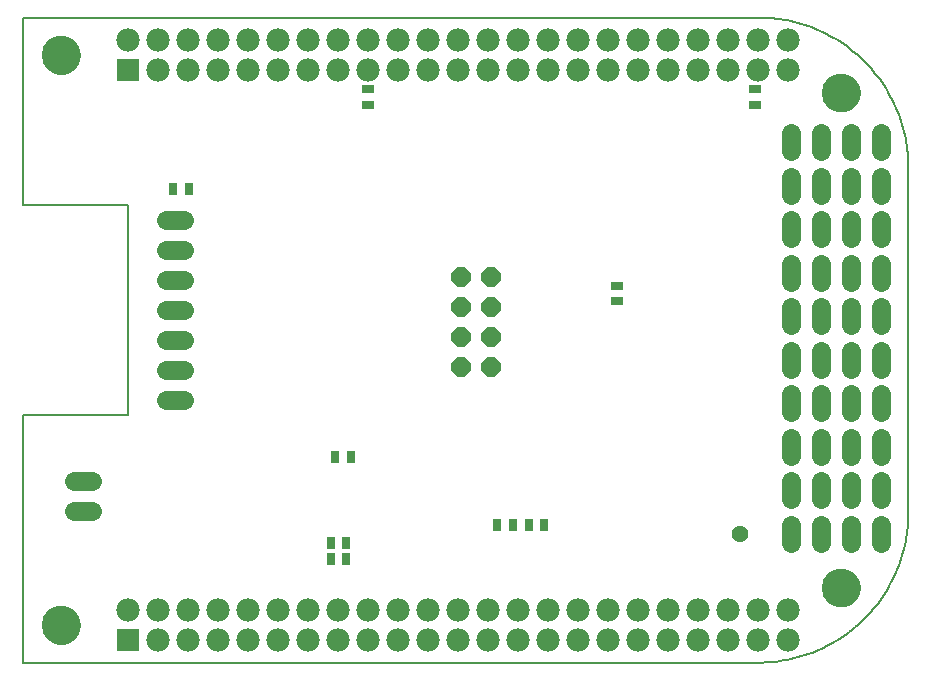
<source format=gbs>
G75*
%MOIN*%
%OFA0B0*%
%FSLAX25Y25*%
%IPPOS*%
%LPD*%
%AMOC8*
5,1,8,0,0,1.08239X$1,22.5*
%
%ADD10C,0.00800*%
%ADD11C,0.06337*%
%ADD12R,0.03156X0.03943*%
%ADD13C,0.00000*%
%ADD14C,0.12900*%
%ADD15R,0.07800X0.07800*%
%ADD16C,0.07800*%
%ADD17R,0.03943X0.03156*%
%ADD18C,0.06400*%
%ADD19OC8,0.06400*%
%ADD20C,0.05650*%
D10*
X0055400Y0026400D02*
X0300400Y0026400D01*
X0301608Y0026415D01*
X0302816Y0026458D01*
X0304022Y0026531D01*
X0305226Y0026633D01*
X0306427Y0026765D01*
X0307624Y0026925D01*
X0308818Y0027114D01*
X0310006Y0027331D01*
X0311189Y0027578D01*
X0312366Y0027853D01*
X0313535Y0028156D01*
X0314697Y0028488D01*
X0315851Y0028847D01*
X0316995Y0029234D01*
X0318130Y0029649D01*
X0319255Y0030091D01*
X0320368Y0030560D01*
X0321470Y0031056D01*
X0322560Y0031579D01*
X0323636Y0032127D01*
X0324699Y0032702D01*
X0325748Y0033302D01*
X0326782Y0033927D01*
X0327801Y0034576D01*
X0328803Y0035251D01*
X0329789Y0035949D01*
X0330758Y0036671D01*
X0331709Y0037416D01*
X0332642Y0038184D01*
X0333556Y0038974D01*
X0334451Y0039787D01*
X0335326Y0040620D01*
X0336180Y0041474D01*
X0337013Y0042349D01*
X0337826Y0043244D01*
X0338616Y0044158D01*
X0339384Y0045091D01*
X0340129Y0046042D01*
X0340851Y0047011D01*
X0341549Y0047997D01*
X0342224Y0048999D01*
X0342873Y0050018D01*
X0343498Y0051052D01*
X0344098Y0052101D01*
X0344673Y0053164D01*
X0345221Y0054240D01*
X0345744Y0055330D01*
X0346240Y0056432D01*
X0346709Y0057545D01*
X0347151Y0058670D01*
X0347566Y0059805D01*
X0347953Y0060949D01*
X0348312Y0062103D01*
X0348644Y0063265D01*
X0348947Y0064434D01*
X0349222Y0065611D01*
X0349469Y0066794D01*
X0349686Y0067982D01*
X0349875Y0069176D01*
X0350035Y0070373D01*
X0350167Y0071574D01*
X0350269Y0072778D01*
X0350342Y0073984D01*
X0350385Y0075192D01*
X0350400Y0076400D01*
X0350400Y0191400D01*
X0350385Y0192608D01*
X0350342Y0193816D01*
X0350269Y0195022D01*
X0350167Y0196226D01*
X0350035Y0197427D01*
X0349875Y0198624D01*
X0349686Y0199818D01*
X0349469Y0201006D01*
X0349222Y0202189D01*
X0348947Y0203366D01*
X0348644Y0204535D01*
X0348312Y0205697D01*
X0347953Y0206851D01*
X0347566Y0207995D01*
X0347151Y0209130D01*
X0346709Y0210255D01*
X0346240Y0211368D01*
X0345744Y0212470D01*
X0345221Y0213560D01*
X0344673Y0214636D01*
X0344098Y0215699D01*
X0343498Y0216748D01*
X0342873Y0217782D01*
X0342224Y0218801D01*
X0341549Y0219803D01*
X0340851Y0220789D01*
X0340129Y0221758D01*
X0339384Y0222709D01*
X0338616Y0223642D01*
X0337826Y0224556D01*
X0337013Y0225451D01*
X0336180Y0226326D01*
X0335326Y0227180D01*
X0334451Y0228013D01*
X0333556Y0228826D01*
X0332642Y0229616D01*
X0331709Y0230384D01*
X0330758Y0231129D01*
X0329789Y0231851D01*
X0328803Y0232549D01*
X0327801Y0233224D01*
X0326782Y0233873D01*
X0325748Y0234498D01*
X0324699Y0235098D01*
X0323636Y0235673D01*
X0322560Y0236221D01*
X0321470Y0236744D01*
X0320368Y0237240D01*
X0319255Y0237709D01*
X0318130Y0238151D01*
X0316995Y0238566D01*
X0315851Y0238953D01*
X0314697Y0239312D01*
X0313535Y0239644D01*
X0312366Y0239947D01*
X0311189Y0240222D01*
X0310006Y0240469D01*
X0308818Y0240686D01*
X0307624Y0240875D01*
X0306427Y0241035D01*
X0305226Y0241167D01*
X0304022Y0241269D01*
X0302816Y0241342D01*
X0301608Y0241385D01*
X0300400Y0241400D01*
X0055400Y0241400D01*
X0055400Y0178900D01*
X0090400Y0178900D01*
X0090400Y0108900D01*
X0055400Y0108900D01*
X0055400Y0026400D01*
D11*
X0102931Y0113900D02*
X0108869Y0113900D01*
X0108869Y0123900D02*
X0102931Y0123900D01*
X0102931Y0133900D02*
X0108869Y0133900D01*
X0108869Y0143900D02*
X0102931Y0143900D01*
X0102931Y0153900D02*
X0108869Y0153900D01*
X0108869Y0163900D02*
X0102931Y0163900D01*
X0102931Y0173900D02*
X0108869Y0173900D01*
D12*
X0110459Y0184400D03*
X0105341Y0184400D03*
X0159341Y0094900D03*
X0164459Y0094900D03*
X0162959Y0066400D03*
X0157841Y0066400D03*
X0157841Y0060900D03*
X0162959Y0060900D03*
X0213341Y0072400D03*
X0218459Y0072400D03*
X0223841Y0072400D03*
X0228959Y0072400D03*
D13*
X0321650Y0051400D02*
X0321652Y0051558D01*
X0321658Y0051715D01*
X0321668Y0051873D01*
X0321682Y0052030D01*
X0321700Y0052186D01*
X0321721Y0052343D01*
X0321747Y0052498D01*
X0321777Y0052653D01*
X0321810Y0052807D01*
X0321848Y0052960D01*
X0321889Y0053113D01*
X0321934Y0053264D01*
X0321983Y0053414D01*
X0322036Y0053562D01*
X0322092Y0053710D01*
X0322153Y0053855D01*
X0322216Y0054000D01*
X0322284Y0054142D01*
X0322355Y0054283D01*
X0322429Y0054422D01*
X0322507Y0054559D01*
X0322589Y0054694D01*
X0322673Y0054827D01*
X0322762Y0054958D01*
X0322853Y0055086D01*
X0322948Y0055213D01*
X0323045Y0055336D01*
X0323146Y0055458D01*
X0323250Y0055576D01*
X0323357Y0055692D01*
X0323467Y0055805D01*
X0323579Y0055916D01*
X0323695Y0056023D01*
X0323813Y0056128D01*
X0323933Y0056230D01*
X0324056Y0056328D01*
X0324182Y0056424D01*
X0324310Y0056516D01*
X0324440Y0056605D01*
X0324572Y0056691D01*
X0324707Y0056773D01*
X0324844Y0056852D01*
X0324982Y0056927D01*
X0325122Y0056999D01*
X0325265Y0057067D01*
X0325408Y0057132D01*
X0325554Y0057193D01*
X0325701Y0057250D01*
X0325849Y0057304D01*
X0325999Y0057354D01*
X0326149Y0057400D01*
X0326301Y0057442D01*
X0326454Y0057481D01*
X0326608Y0057515D01*
X0326763Y0057546D01*
X0326918Y0057572D01*
X0327074Y0057595D01*
X0327231Y0057614D01*
X0327388Y0057629D01*
X0327545Y0057640D01*
X0327703Y0057647D01*
X0327861Y0057650D01*
X0328018Y0057649D01*
X0328176Y0057644D01*
X0328333Y0057635D01*
X0328491Y0057622D01*
X0328647Y0057605D01*
X0328804Y0057584D01*
X0328959Y0057560D01*
X0329114Y0057531D01*
X0329269Y0057498D01*
X0329422Y0057462D01*
X0329575Y0057421D01*
X0329726Y0057377D01*
X0329876Y0057329D01*
X0330025Y0057278D01*
X0330173Y0057222D01*
X0330319Y0057163D01*
X0330464Y0057100D01*
X0330607Y0057033D01*
X0330748Y0056963D01*
X0330887Y0056890D01*
X0331025Y0056813D01*
X0331161Y0056732D01*
X0331294Y0056648D01*
X0331425Y0056561D01*
X0331554Y0056470D01*
X0331681Y0056376D01*
X0331806Y0056279D01*
X0331927Y0056179D01*
X0332047Y0056076D01*
X0332163Y0055970D01*
X0332277Y0055861D01*
X0332389Y0055749D01*
X0332497Y0055635D01*
X0332602Y0055517D01*
X0332705Y0055397D01*
X0332804Y0055275D01*
X0332900Y0055150D01*
X0332993Y0055022D01*
X0333083Y0054893D01*
X0333169Y0054761D01*
X0333253Y0054627D01*
X0333332Y0054491D01*
X0333409Y0054353D01*
X0333481Y0054213D01*
X0333550Y0054071D01*
X0333616Y0053928D01*
X0333678Y0053783D01*
X0333736Y0053636D01*
X0333791Y0053488D01*
X0333842Y0053339D01*
X0333889Y0053188D01*
X0333932Y0053037D01*
X0333971Y0052884D01*
X0334007Y0052730D01*
X0334038Y0052576D01*
X0334066Y0052421D01*
X0334090Y0052265D01*
X0334110Y0052108D01*
X0334126Y0051951D01*
X0334138Y0051794D01*
X0334146Y0051637D01*
X0334150Y0051479D01*
X0334150Y0051321D01*
X0334146Y0051163D01*
X0334138Y0051006D01*
X0334126Y0050849D01*
X0334110Y0050692D01*
X0334090Y0050535D01*
X0334066Y0050379D01*
X0334038Y0050224D01*
X0334007Y0050070D01*
X0333971Y0049916D01*
X0333932Y0049763D01*
X0333889Y0049612D01*
X0333842Y0049461D01*
X0333791Y0049312D01*
X0333736Y0049164D01*
X0333678Y0049017D01*
X0333616Y0048872D01*
X0333550Y0048729D01*
X0333481Y0048587D01*
X0333409Y0048447D01*
X0333332Y0048309D01*
X0333253Y0048173D01*
X0333169Y0048039D01*
X0333083Y0047907D01*
X0332993Y0047778D01*
X0332900Y0047650D01*
X0332804Y0047525D01*
X0332705Y0047403D01*
X0332602Y0047283D01*
X0332497Y0047165D01*
X0332389Y0047051D01*
X0332277Y0046939D01*
X0332163Y0046830D01*
X0332047Y0046724D01*
X0331927Y0046621D01*
X0331806Y0046521D01*
X0331681Y0046424D01*
X0331554Y0046330D01*
X0331425Y0046239D01*
X0331294Y0046152D01*
X0331161Y0046068D01*
X0331025Y0045987D01*
X0330887Y0045910D01*
X0330748Y0045837D01*
X0330607Y0045767D01*
X0330464Y0045700D01*
X0330319Y0045637D01*
X0330173Y0045578D01*
X0330025Y0045522D01*
X0329876Y0045471D01*
X0329726Y0045423D01*
X0329575Y0045379D01*
X0329422Y0045338D01*
X0329269Y0045302D01*
X0329114Y0045269D01*
X0328959Y0045240D01*
X0328804Y0045216D01*
X0328647Y0045195D01*
X0328491Y0045178D01*
X0328333Y0045165D01*
X0328176Y0045156D01*
X0328018Y0045151D01*
X0327861Y0045150D01*
X0327703Y0045153D01*
X0327545Y0045160D01*
X0327388Y0045171D01*
X0327231Y0045186D01*
X0327074Y0045205D01*
X0326918Y0045228D01*
X0326763Y0045254D01*
X0326608Y0045285D01*
X0326454Y0045319D01*
X0326301Y0045358D01*
X0326149Y0045400D01*
X0325999Y0045446D01*
X0325849Y0045496D01*
X0325701Y0045550D01*
X0325554Y0045607D01*
X0325408Y0045668D01*
X0325265Y0045733D01*
X0325122Y0045801D01*
X0324982Y0045873D01*
X0324844Y0045948D01*
X0324707Y0046027D01*
X0324572Y0046109D01*
X0324440Y0046195D01*
X0324310Y0046284D01*
X0324182Y0046376D01*
X0324056Y0046472D01*
X0323933Y0046570D01*
X0323813Y0046672D01*
X0323695Y0046777D01*
X0323579Y0046884D01*
X0323467Y0046995D01*
X0323357Y0047108D01*
X0323250Y0047224D01*
X0323146Y0047342D01*
X0323045Y0047464D01*
X0322948Y0047587D01*
X0322853Y0047714D01*
X0322762Y0047842D01*
X0322673Y0047973D01*
X0322589Y0048106D01*
X0322507Y0048241D01*
X0322429Y0048378D01*
X0322355Y0048517D01*
X0322284Y0048658D01*
X0322216Y0048800D01*
X0322153Y0048945D01*
X0322092Y0049090D01*
X0322036Y0049238D01*
X0321983Y0049386D01*
X0321934Y0049536D01*
X0321889Y0049687D01*
X0321848Y0049840D01*
X0321810Y0049993D01*
X0321777Y0050147D01*
X0321747Y0050302D01*
X0321721Y0050457D01*
X0321700Y0050614D01*
X0321682Y0050770D01*
X0321668Y0050927D01*
X0321658Y0051085D01*
X0321652Y0051242D01*
X0321650Y0051400D01*
X0321650Y0216400D02*
X0321652Y0216558D01*
X0321658Y0216715D01*
X0321668Y0216873D01*
X0321682Y0217030D01*
X0321700Y0217186D01*
X0321721Y0217343D01*
X0321747Y0217498D01*
X0321777Y0217653D01*
X0321810Y0217807D01*
X0321848Y0217960D01*
X0321889Y0218113D01*
X0321934Y0218264D01*
X0321983Y0218414D01*
X0322036Y0218562D01*
X0322092Y0218710D01*
X0322153Y0218855D01*
X0322216Y0219000D01*
X0322284Y0219142D01*
X0322355Y0219283D01*
X0322429Y0219422D01*
X0322507Y0219559D01*
X0322589Y0219694D01*
X0322673Y0219827D01*
X0322762Y0219958D01*
X0322853Y0220086D01*
X0322948Y0220213D01*
X0323045Y0220336D01*
X0323146Y0220458D01*
X0323250Y0220576D01*
X0323357Y0220692D01*
X0323467Y0220805D01*
X0323579Y0220916D01*
X0323695Y0221023D01*
X0323813Y0221128D01*
X0323933Y0221230D01*
X0324056Y0221328D01*
X0324182Y0221424D01*
X0324310Y0221516D01*
X0324440Y0221605D01*
X0324572Y0221691D01*
X0324707Y0221773D01*
X0324844Y0221852D01*
X0324982Y0221927D01*
X0325122Y0221999D01*
X0325265Y0222067D01*
X0325408Y0222132D01*
X0325554Y0222193D01*
X0325701Y0222250D01*
X0325849Y0222304D01*
X0325999Y0222354D01*
X0326149Y0222400D01*
X0326301Y0222442D01*
X0326454Y0222481D01*
X0326608Y0222515D01*
X0326763Y0222546D01*
X0326918Y0222572D01*
X0327074Y0222595D01*
X0327231Y0222614D01*
X0327388Y0222629D01*
X0327545Y0222640D01*
X0327703Y0222647D01*
X0327861Y0222650D01*
X0328018Y0222649D01*
X0328176Y0222644D01*
X0328333Y0222635D01*
X0328491Y0222622D01*
X0328647Y0222605D01*
X0328804Y0222584D01*
X0328959Y0222560D01*
X0329114Y0222531D01*
X0329269Y0222498D01*
X0329422Y0222462D01*
X0329575Y0222421D01*
X0329726Y0222377D01*
X0329876Y0222329D01*
X0330025Y0222278D01*
X0330173Y0222222D01*
X0330319Y0222163D01*
X0330464Y0222100D01*
X0330607Y0222033D01*
X0330748Y0221963D01*
X0330887Y0221890D01*
X0331025Y0221813D01*
X0331161Y0221732D01*
X0331294Y0221648D01*
X0331425Y0221561D01*
X0331554Y0221470D01*
X0331681Y0221376D01*
X0331806Y0221279D01*
X0331927Y0221179D01*
X0332047Y0221076D01*
X0332163Y0220970D01*
X0332277Y0220861D01*
X0332389Y0220749D01*
X0332497Y0220635D01*
X0332602Y0220517D01*
X0332705Y0220397D01*
X0332804Y0220275D01*
X0332900Y0220150D01*
X0332993Y0220022D01*
X0333083Y0219893D01*
X0333169Y0219761D01*
X0333253Y0219627D01*
X0333332Y0219491D01*
X0333409Y0219353D01*
X0333481Y0219213D01*
X0333550Y0219071D01*
X0333616Y0218928D01*
X0333678Y0218783D01*
X0333736Y0218636D01*
X0333791Y0218488D01*
X0333842Y0218339D01*
X0333889Y0218188D01*
X0333932Y0218037D01*
X0333971Y0217884D01*
X0334007Y0217730D01*
X0334038Y0217576D01*
X0334066Y0217421D01*
X0334090Y0217265D01*
X0334110Y0217108D01*
X0334126Y0216951D01*
X0334138Y0216794D01*
X0334146Y0216637D01*
X0334150Y0216479D01*
X0334150Y0216321D01*
X0334146Y0216163D01*
X0334138Y0216006D01*
X0334126Y0215849D01*
X0334110Y0215692D01*
X0334090Y0215535D01*
X0334066Y0215379D01*
X0334038Y0215224D01*
X0334007Y0215070D01*
X0333971Y0214916D01*
X0333932Y0214763D01*
X0333889Y0214612D01*
X0333842Y0214461D01*
X0333791Y0214312D01*
X0333736Y0214164D01*
X0333678Y0214017D01*
X0333616Y0213872D01*
X0333550Y0213729D01*
X0333481Y0213587D01*
X0333409Y0213447D01*
X0333332Y0213309D01*
X0333253Y0213173D01*
X0333169Y0213039D01*
X0333083Y0212907D01*
X0332993Y0212778D01*
X0332900Y0212650D01*
X0332804Y0212525D01*
X0332705Y0212403D01*
X0332602Y0212283D01*
X0332497Y0212165D01*
X0332389Y0212051D01*
X0332277Y0211939D01*
X0332163Y0211830D01*
X0332047Y0211724D01*
X0331927Y0211621D01*
X0331806Y0211521D01*
X0331681Y0211424D01*
X0331554Y0211330D01*
X0331425Y0211239D01*
X0331294Y0211152D01*
X0331161Y0211068D01*
X0331025Y0210987D01*
X0330887Y0210910D01*
X0330748Y0210837D01*
X0330607Y0210767D01*
X0330464Y0210700D01*
X0330319Y0210637D01*
X0330173Y0210578D01*
X0330025Y0210522D01*
X0329876Y0210471D01*
X0329726Y0210423D01*
X0329575Y0210379D01*
X0329422Y0210338D01*
X0329269Y0210302D01*
X0329114Y0210269D01*
X0328959Y0210240D01*
X0328804Y0210216D01*
X0328647Y0210195D01*
X0328491Y0210178D01*
X0328333Y0210165D01*
X0328176Y0210156D01*
X0328018Y0210151D01*
X0327861Y0210150D01*
X0327703Y0210153D01*
X0327545Y0210160D01*
X0327388Y0210171D01*
X0327231Y0210186D01*
X0327074Y0210205D01*
X0326918Y0210228D01*
X0326763Y0210254D01*
X0326608Y0210285D01*
X0326454Y0210319D01*
X0326301Y0210358D01*
X0326149Y0210400D01*
X0325999Y0210446D01*
X0325849Y0210496D01*
X0325701Y0210550D01*
X0325554Y0210607D01*
X0325408Y0210668D01*
X0325265Y0210733D01*
X0325122Y0210801D01*
X0324982Y0210873D01*
X0324844Y0210948D01*
X0324707Y0211027D01*
X0324572Y0211109D01*
X0324440Y0211195D01*
X0324310Y0211284D01*
X0324182Y0211376D01*
X0324056Y0211472D01*
X0323933Y0211570D01*
X0323813Y0211672D01*
X0323695Y0211777D01*
X0323579Y0211884D01*
X0323467Y0211995D01*
X0323357Y0212108D01*
X0323250Y0212224D01*
X0323146Y0212342D01*
X0323045Y0212464D01*
X0322948Y0212587D01*
X0322853Y0212714D01*
X0322762Y0212842D01*
X0322673Y0212973D01*
X0322589Y0213106D01*
X0322507Y0213241D01*
X0322429Y0213378D01*
X0322355Y0213517D01*
X0322284Y0213658D01*
X0322216Y0213800D01*
X0322153Y0213945D01*
X0322092Y0214090D01*
X0322036Y0214238D01*
X0321983Y0214386D01*
X0321934Y0214536D01*
X0321889Y0214687D01*
X0321848Y0214840D01*
X0321810Y0214993D01*
X0321777Y0215147D01*
X0321747Y0215302D01*
X0321721Y0215457D01*
X0321700Y0215614D01*
X0321682Y0215770D01*
X0321668Y0215927D01*
X0321658Y0216085D01*
X0321652Y0216242D01*
X0321650Y0216400D01*
X0061650Y0228900D02*
X0061652Y0229058D01*
X0061658Y0229215D01*
X0061668Y0229373D01*
X0061682Y0229530D01*
X0061700Y0229686D01*
X0061721Y0229843D01*
X0061747Y0229998D01*
X0061777Y0230153D01*
X0061810Y0230307D01*
X0061848Y0230460D01*
X0061889Y0230613D01*
X0061934Y0230764D01*
X0061983Y0230914D01*
X0062036Y0231062D01*
X0062092Y0231210D01*
X0062153Y0231355D01*
X0062216Y0231500D01*
X0062284Y0231642D01*
X0062355Y0231783D01*
X0062429Y0231922D01*
X0062507Y0232059D01*
X0062589Y0232194D01*
X0062673Y0232327D01*
X0062762Y0232458D01*
X0062853Y0232586D01*
X0062948Y0232713D01*
X0063045Y0232836D01*
X0063146Y0232958D01*
X0063250Y0233076D01*
X0063357Y0233192D01*
X0063467Y0233305D01*
X0063579Y0233416D01*
X0063695Y0233523D01*
X0063813Y0233628D01*
X0063933Y0233730D01*
X0064056Y0233828D01*
X0064182Y0233924D01*
X0064310Y0234016D01*
X0064440Y0234105D01*
X0064572Y0234191D01*
X0064707Y0234273D01*
X0064844Y0234352D01*
X0064982Y0234427D01*
X0065122Y0234499D01*
X0065265Y0234567D01*
X0065408Y0234632D01*
X0065554Y0234693D01*
X0065701Y0234750D01*
X0065849Y0234804D01*
X0065999Y0234854D01*
X0066149Y0234900D01*
X0066301Y0234942D01*
X0066454Y0234981D01*
X0066608Y0235015D01*
X0066763Y0235046D01*
X0066918Y0235072D01*
X0067074Y0235095D01*
X0067231Y0235114D01*
X0067388Y0235129D01*
X0067545Y0235140D01*
X0067703Y0235147D01*
X0067861Y0235150D01*
X0068018Y0235149D01*
X0068176Y0235144D01*
X0068333Y0235135D01*
X0068491Y0235122D01*
X0068647Y0235105D01*
X0068804Y0235084D01*
X0068959Y0235060D01*
X0069114Y0235031D01*
X0069269Y0234998D01*
X0069422Y0234962D01*
X0069575Y0234921D01*
X0069726Y0234877D01*
X0069876Y0234829D01*
X0070025Y0234778D01*
X0070173Y0234722D01*
X0070319Y0234663D01*
X0070464Y0234600D01*
X0070607Y0234533D01*
X0070748Y0234463D01*
X0070887Y0234390D01*
X0071025Y0234313D01*
X0071161Y0234232D01*
X0071294Y0234148D01*
X0071425Y0234061D01*
X0071554Y0233970D01*
X0071681Y0233876D01*
X0071806Y0233779D01*
X0071927Y0233679D01*
X0072047Y0233576D01*
X0072163Y0233470D01*
X0072277Y0233361D01*
X0072389Y0233249D01*
X0072497Y0233135D01*
X0072602Y0233017D01*
X0072705Y0232897D01*
X0072804Y0232775D01*
X0072900Y0232650D01*
X0072993Y0232522D01*
X0073083Y0232393D01*
X0073169Y0232261D01*
X0073253Y0232127D01*
X0073332Y0231991D01*
X0073409Y0231853D01*
X0073481Y0231713D01*
X0073550Y0231571D01*
X0073616Y0231428D01*
X0073678Y0231283D01*
X0073736Y0231136D01*
X0073791Y0230988D01*
X0073842Y0230839D01*
X0073889Y0230688D01*
X0073932Y0230537D01*
X0073971Y0230384D01*
X0074007Y0230230D01*
X0074038Y0230076D01*
X0074066Y0229921D01*
X0074090Y0229765D01*
X0074110Y0229608D01*
X0074126Y0229451D01*
X0074138Y0229294D01*
X0074146Y0229137D01*
X0074150Y0228979D01*
X0074150Y0228821D01*
X0074146Y0228663D01*
X0074138Y0228506D01*
X0074126Y0228349D01*
X0074110Y0228192D01*
X0074090Y0228035D01*
X0074066Y0227879D01*
X0074038Y0227724D01*
X0074007Y0227570D01*
X0073971Y0227416D01*
X0073932Y0227263D01*
X0073889Y0227112D01*
X0073842Y0226961D01*
X0073791Y0226812D01*
X0073736Y0226664D01*
X0073678Y0226517D01*
X0073616Y0226372D01*
X0073550Y0226229D01*
X0073481Y0226087D01*
X0073409Y0225947D01*
X0073332Y0225809D01*
X0073253Y0225673D01*
X0073169Y0225539D01*
X0073083Y0225407D01*
X0072993Y0225278D01*
X0072900Y0225150D01*
X0072804Y0225025D01*
X0072705Y0224903D01*
X0072602Y0224783D01*
X0072497Y0224665D01*
X0072389Y0224551D01*
X0072277Y0224439D01*
X0072163Y0224330D01*
X0072047Y0224224D01*
X0071927Y0224121D01*
X0071806Y0224021D01*
X0071681Y0223924D01*
X0071554Y0223830D01*
X0071425Y0223739D01*
X0071294Y0223652D01*
X0071161Y0223568D01*
X0071025Y0223487D01*
X0070887Y0223410D01*
X0070748Y0223337D01*
X0070607Y0223267D01*
X0070464Y0223200D01*
X0070319Y0223137D01*
X0070173Y0223078D01*
X0070025Y0223022D01*
X0069876Y0222971D01*
X0069726Y0222923D01*
X0069575Y0222879D01*
X0069422Y0222838D01*
X0069269Y0222802D01*
X0069114Y0222769D01*
X0068959Y0222740D01*
X0068804Y0222716D01*
X0068647Y0222695D01*
X0068491Y0222678D01*
X0068333Y0222665D01*
X0068176Y0222656D01*
X0068018Y0222651D01*
X0067861Y0222650D01*
X0067703Y0222653D01*
X0067545Y0222660D01*
X0067388Y0222671D01*
X0067231Y0222686D01*
X0067074Y0222705D01*
X0066918Y0222728D01*
X0066763Y0222754D01*
X0066608Y0222785D01*
X0066454Y0222819D01*
X0066301Y0222858D01*
X0066149Y0222900D01*
X0065999Y0222946D01*
X0065849Y0222996D01*
X0065701Y0223050D01*
X0065554Y0223107D01*
X0065408Y0223168D01*
X0065265Y0223233D01*
X0065122Y0223301D01*
X0064982Y0223373D01*
X0064844Y0223448D01*
X0064707Y0223527D01*
X0064572Y0223609D01*
X0064440Y0223695D01*
X0064310Y0223784D01*
X0064182Y0223876D01*
X0064056Y0223972D01*
X0063933Y0224070D01*
X0063813Y0224172D01*
X0063695Y0224277D01*
X0063579Y0224384D01*
X0063467Y0224495D01*
X0063357Y0224608D01*
X0063250Y0224724D01*
X0063146Y0224842D01*
X0063045Y0224964D01*
X0062948Y0225087D01*
X0062853Y0225214D01*
X0062762Y0225342D01*
X0062673Y0225473D01*
X0062589Y0225606D01*
X0062507Y0225741D01*
X0062429Y0225878D01*
X0062355Y0226017D01*
X0062284Y0226158D01*
X0062216Y0226300D01*
X0062153Y0226445D01*
X0062092Y0226590D01*
X0062036Y0226738D01*
X0061983Y0226886D01*
X0061934Y0227036D01*
X0061889Y0227187D01*
X0061848Y0227340D01*
X0061810Y0227493D01*
X0061777Y0227647D01*
X0061747Y0227802D01*
X0061721Y0227957D01*
X0061700Y0228114D01*
X0061682Y0228270D01*
X0061668Y0228427D01*
X0061658Y0228585D01*
X0061652Y0228742D01*
X0061650Y0228900D01*
X0061650Y0038900D02*
X0061652Y0039058D01*
X0061658Y0039215D01*
X0061668Y0039373D01*
X0061682Y0039530D01*
X0061700Y0039686D01*
X0061721Y0039843D01*
X0061747Y0039998D01*
X0061777Y0040153D01*
X0061810Y0040307D01*
X0061848Y0040460D01*
X0061889Y0040613D01*
X0061934Y0040764D01*
X0061983Y0040914D01*
X0062036Y0041062D01*
X0062092Y0041210D01*
X0062153Y0041355D01*
X0062216Y0041500D01*
X0062284Y0041642D01*
X0062355Y0041783D01*
X0062429Y0041922D01*
X0062507Y0042059D01*
X0062589Y0042194D01*
X0062673Y0042327D01*
X0062762Y0042458D01*
X0062853Y0042586D01*
X0062948Y0042713D01*
X0063045Y0042836D01*
X0063146Y0042958D01*
X0063250Y0043076D01*
X0063357Y0043192D01*
X0063467Y0043305D01*
X0063579Y0043416D01*
X0063695Y0043523D01*
X0063813Y0043628D01*
X0063933Y0043730D01*
X0064056Y0043828D01*
X0064182Y0043924D01*
X0064310Y0044016D01*
X0064440Y0044105D01*
X0064572Y0044191D01*
X0064707Y0044273D01*
X0064844Y0044352D01*
X0064982Y0044427D01*
X0065122Y0044499D01*
X0065265Y0044567D01*
X0065408Y0044632D01*
X0065554Y0044693D01*
X0065701Y0044750D01*
X0065849Y0044804D01*
X0065999Y0044854D01*
X0066149Y0044900D01*
X0066301Y0044942D01*
X0066454Y0044981D01*
X0066608Y0045015D01*
X0066763Y0045046D01*
X0066918Y0045072D01*
X0067074Y0045095D01*
X0067231Y0045114D01*
X0067388Y0045129D01*
X0067545Y0045140D01*
X0067703Y0045147D01*
X0067861Y0045150D01*
X0068018Y0045149D01*
X0068176Y0045144D01*
X0068333Y0045135D01*
X0068491Y0045122D01*
X0068647Y0045105D01*
X0068804Y0045084D01*
X0068959Y0045060D01*
X0069114Y0045031D01*
X0069269Y0044998D01*
X0069422Y0044962D01*
X0069575Y0044921D01*
X0069726Y0044877D01*
X0069876Y0044829D01*
X0070025Y0044778D01*
X0070173Y0044722D01*
X0070319Y0044663D01*
X0070464Y0044600D01*
X0070607Y0044533D01*
X0070748Y0044463D01*
X0070887Y0044390D01*
X0071025Y0044313D01*
X0071161Y0044232D01*
X0071294Y0044148D01*
X0071425Y0044061D01*
X0071554Y0043970D01*
X0071681Y0043876D01*
X0071806Y0043779D01*
X0071927Y0043679D01*
X0072047Y0043576D01*
X0072163Y0043470D01*
X0072277Y0043361D01*
X0072389Y0043249D01*
X0072497Y0043135D01*
X0072602Y0043017D01*
X0072705Y0042897D01*
X0072804Y0042775D01*
X0072900Y0042650D01*
X0072993Y0042522D01*
X0073083Y0042393D01*
X0073169Y0042261D01*
X0073253Y0042127D01*
X0073332Y0041991D01*
X0073409Y0041853D01*
X0073481Y0041713D01*
X0073550Y0041571D01*
X0073616Y0041428D01*
X0073678Y0041283D01*
X0073736Y0041136D01*
X0073791Y0040988D01*
X0073842Y0040839D01*
X0073889Y0040688D01*
X0073932Y0040537D01*
X0073971Y0040384D01*
X0074007Y0040230D01*
X0074038Y0040076D01*
X0074066Y0039921D01*
X0074090Y0039765D01*
X0074110Y0039608D01*
X0074126Y0039451D01*
X0074138Y0039294D01*
X0074146Y0039137D01*
X0074150Y0038979D01*
X0074150Y0038821D01*
X0074146Y0038663D01*
X0074138Y0038506D01*
X0074126Y0038349D01*
X0074110Y0038192D01*
X0074090Y0038035D01*
X0074066Y0037879D01*
X0074038Y0037724D01*
X0074007Y0037570D01*
X0073971Y0037416D01*
X0073932Y0037263D01*
X0073889Y0037112D01*
X0073842Y0036961D01*
X0073791Y0036812D01*
X0073736Y0036664D01*
X0073678Y0036517D01*
X0073616Y0036372D01*
X0073550Y0036229D01*
X0073481Y0036087D01*
X0073409Y0035947D01*
X0073332Y0035809D01*
X0073253Y0035673D01*
X0073169Y0035539D01*
X0073083Y0035407D01*
X0072993Y0035278D01*
X0072900Y0035150D01*
X0072804Y0035025D01*
X0072705Y0034903D01*
X0072602Y0034783D01*
X0072497Y0034665D01*
X0072389Y0034551D01*
X0072277Y0034439D01*
X0072163Y0034330D01*
X0072047Y0034224D01*
X0071927Y0034121D01*
X0071806Y0034021D01*
X0071681Y0033924D01*
X0071554Y0033830D01*
X0071425Y0033739D01*
X0071294Y0033652D01*
X0071161Y0033568D01*
X0071025Y0033487D01*
X0070887Y0033410D01*
X0070748Y0033337D01*
X0070607Y0033267D01*
X0070464Y0033200D01*
X0070319Y0033137D01*
X0070173Y0033078D01*
X0070025Y0033022D01*
X0069876Y0032971D01*
X0069726Y0032923D01*
X0069575Y0032879D01*
X0069422Y0032838D01*
X0069269Y0032802D01*
X0069114Y0032769D01*
X0068959Y0032740D01*
X0068804Y0032716D01*
X0068647Y0032695D01*
X0068491Y0032678D01*
X0068333Y0032665D01*
X0068176Y0032656D01*
X0068018Y0032651D01*
X0067861Y0032650D01*
X0067703Y0032653D01*
X0067545Y0032660D01*
X0067388Y0032671D01*
X0067231Y0032686D01*
X0067074Y0032705D01*
X0066918Y0032728D01*
X0066763Y0032754D01*
X0066608Y0032785D01*
X0066454Y0032819D01*
X0066301Y0032858D01*
X0066149Y0032900D01*
X0065999Y0032946D01*
X0065849Y0032996D01*
X0065701Y0033050D01*
X0065554Y0033107D01*
X0065408Y0033168D01*
X0065265Y0033233D01*
X0065122Y0033301D01*
X0064982Y0033373D01*
X0064844Y0033448D01*
X0064707Y0033527D01*
X0064572Y0033609D01*
X0064440Y0033695D01*
X0064310Y0033784D01*
X0064182Y0033876D01*
X0064056Y0033972D01*
X0063933Y0034070D01*
X0063813Y0034172D01*
X0063695Y0034277D01*
X0063579Y0034384D01*
X0063467Y0034495D01*
X0063357Y0034608D01*
X0063250Y0034724D01*
X0063146Y0034842D01*
X0063045Y0034964D01*
X0062948Y0035087D01*
X0062853Y0035214D01*
X0062762Y0035342D01*
X0062673Y0035473D01*
X0062589Y0035606D01*
X0062507Y0035741D01*
X0062429Y0035878D01*
X0062355Y0036017D01*
X0062284Y0036158D01*
X0062216Y0036300D01*
X0062153Y0036445D01*
X0062092Y0036590D01*
X0062036Y0036738D01*
X0061983Y0036886D01*
X0061934Y0037036D01*
X0061889Y0037187D01*
X0061848Y0037340D01*
X0061810Y0037493D01*
X0061777Y0037647D01*
X0061747Y0037802D01*
X0061721Y0037957D01*
X0061700Y0038114D01*
X0061682Y0038270D01*
X0061668Y0038427D01*
X0061658Y0038585D01*
X0061652Y0038742D01*
X0061650Y0038900D01*
D14*
X0067900Y0038900D03*
X0327900Y0051400D03*
X0327900Y0216400D03*
X0067900Y0228900D03*
D15*
X0090400Y0223900D03*
X0090400Y0033900D03*
D16*
X0100400Y0033900D03*
X0110400Y0033900D03*
X0120400Y0033900D03*
X0130400Y0033900D03*
X0140400Y0033900D03*
X0150400Y0033900D03*
X0160400Y0033900D03*
X0170400Y0033900D03*
X0180400Y0033900D03*
X0190400Y0033900D03*
X0200400Y0033900D03*
X0210400Y0033900D03*
X0220400Y0033900D03*
X0230400Y0033900D03*
X0240400Y0033900D03*
X0250400Y0033900D03*
X0260400Y0033900D03*
X0270400Y0033900D03*
X0280400Y0033900D03*
X0290400Y0033900D03*
X0300400Y0033900D03*
X0310400Y0033900D03*
X0310400Y0043900D03*
X0300400Y0043900D03*
X0290400Y0043900D03*
X0280400Y0043900D03*
X0270400Y0043900D03*
X0260400Y0043900D03*
X0250400Y0043900D03*
X0240400Y0043900D03*
X0230400Y0043900D03*
X0220400Y0043900D03*
X0210400Y0043900D03*
X0200400Y0043900D03*
X0190400Y0043900D03*
X0180400Y0043900D03*
X0170400Y0043900D03*
X0160400Y0043900D03*
X0150400Y0043900D03*
X0140400Y0043900D03*
X0130400Y0043900D03*
X0120400Y0043900D03*
X0110400Y0043900D03*
X0100400Y0043900D03*
X0090400Y0043900D03*
X0100400Y0223900D03*
X0110400Y0223900D03*
X0120400Y0223900D03*
X0130400Y0223900D03*
X0140400Y0223900D03*
X0150400Y0223900D03*
X0160400Y0223900D03*
X0170400Y0223900D03*
X0180400Y0223900D03*
X0190400Y0223900D03*
X0200400Y0223900D03*
X0210400Y0223900D03*
X0220400Y0223900D03*
X0230400Y0223900D03*
X0240400Y0223900D03*
X0250400Y0223900D03*
X0260400Y0223900D03*
X0270400Y0223900D03*
X0280400Y0223900D03*
X0290400Y0223900D03*
X0300400Y0223900D03*
X0310400Y0223900D03*
X0310400Y0233900D03*
X0300400Y0233900D03*
X0290400Y0233900D03*
X0280400Y0233900D03*
X0270400Y0233900D03*
X0260400Y0233900D03*
X0250400Y0233900D03*
X0240400Y0233900D03*
X0230400Y0233900D03*
X0220400Y0233900D03*
X0210400Y0233900D03*
X0200400Y0233900D03*
X0190400Y0233900D03*
X0180400Y0233900D03*
X0170400Y0233900D03*
X0160400Y0233900D03*
X0150400Y0233900D03*
X0140400Y0233900D03*
X0130400Y0233900D03*
X0120400Y0233900D03*
X0110400Y0233900D03*
X0100400Y0233900D03*
X0090400Y0233900D03*
D17*
X0170400Y0217459D03*
X0170400Y0212341D03*
X0253400Y0151959D03*
X0253400Y0146841D03*
X0299400Y0212341D03*
X0299400Y0217459D03*
D18*
X0311400Y0202900D02*
X0311400Y0196900D01*
X0321400Y0196900D02*
X0321400Y0202900D01*
X0331400Y0202900D02*
X0331400Y0196900D01*
X0341400Y0196900D02*
X0341400Y0202900D01*
X0341400Y0188400D02*
X0341400Y0182400D01*
X0341400Y0173900D02*
X0341400Y0167900D01*
X0341400Y0159400D02*
X0341400Y0153400D01*
X0331400Y0153400D02*
X0331400Y0159400D01*
X0321400Y0159400D02*
X0321400Y0153400D01*
X0311400Y0153400D02*
X0311400Y0159400D01*
X0311400Y0167900D02*
X0311400Y0173900D01*
X0311400Y0182400D02*
X0311400Y0188400D01*
X0321400Y0188400D02*
X0321400Y0182400D01*
X0331400Y0182400D02*
X0331400Y0188400D01*
X0331400Y0173900D02*
X0331400Y0167900D01*
X0321400Y0167900D02*
X0321400Y0173900D01*
X0321400Y0144900D02*
X0321400Y0138900D01*
X0331400Y0138900D02*
X0331400Y0144900D01*
X0341400Y0144900D02*
X0341400Y0138900D01*
X0341400Y0130400D02*
X0341400Y0124400D01*
X0341400Y0115900D02*
X0341400Y0109900D01*
X0331400Y0109900D02*
X0331400Y0115900D01*
X0321400Y0115900D02*
X0321400Y0109900D01*
X0311400Y0109900D02*
X0311400Y0115900D01*
X0311400Y0124400D02*
X0311400Y0130400D01*
X0311400Y0138900D02*
X0311400Y0144900D01*
X0321400Y0130400D02*
X0321400Y0124400D01*
X0331400Y0124400D02*
X0331400Y0130400D01*
X0331400Y0101400D02*
X0331400Y0095400D01*
X0321400Y0095400D02*
X0321400Y0101400D01*
X0311400Y0101400D02*
X0311400Y0095400D01*
X0311400Y0086900D02*
X0311400Y0080900D01*
X0311400Y0072400D02*
X0311400Y0066400D01*
X0321400Y0066400D02*
X0321400Y0072400D01*
X0331400Y0072400D02*
X0331400Y0066400D01*
X0341400Y0066400D02*
X0341400Y0072400D01*
X0341400Y0080900D02*
X0341400Y0086900D01*
X0341400Y0095400D02*
X0341400Y0101400D01*
X0331400Y0086900D02*
X0331400Y0080900D01*
X0321400Y0080900D02*
X0321400Y0086900D01*
X0078400Y0086900D02*
X0072400Y0086900D01*
X0072400Y0076900D02*
X0078400Y0076900D01*
D19*
X0201400Y0124900D03*
X0211400Y0124900D03*
X0211400Y0134900D03*
X0201400Y0134900D03*
X0201400Y0144900D03*
X0211400Y0144900D03*
X0211400Y0154900D03*
X0201400Y0154900D03*
D20*
X0294400Y0069400D03*
M02*

</source>
